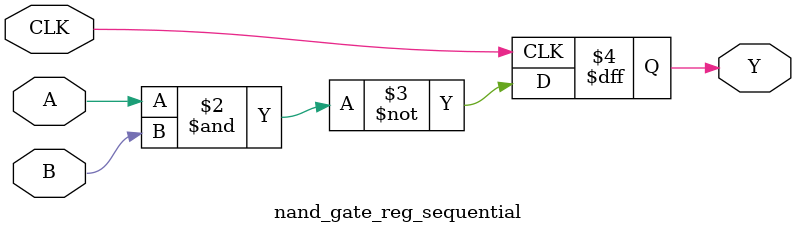
<source format=v>

module nand_gate_reg_sequential
(
  input CLK,
  input A,
  input B,
  output Y
);

  reg Y;

  always @(posedge CLK) begin
    Y <= ~(A & B);
  end


endmodule

</source>
